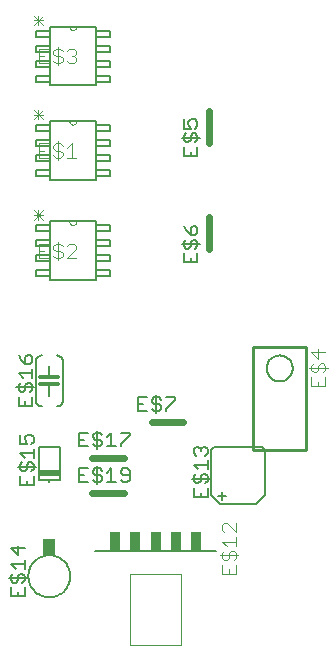
<source format=gto>
G75*
%MOIN*%
%OFA0B0*%
%FSLAX24Y24*%
%IPPOS*%
%LPD*%
%AMOC8*
5,1,8,0,0,1.08239X$1,22.5*
%
%ADD10C,0.0100*%
%ADD11C,0.0060*%
%ADD12C,0.0040*%
%ADD13C,0.0080*%
%ADD14R,0.0380X0.0660*%
%ADD15C,0.0038*%
%ADD16C,0.0050*%
%ADD17R,0.0700X0.0200*%
%ADD18C,0.0240*%
%ADD19R,0.0420X0.0540*%
%ADD20C,0.0120*%
%ADD21C,0.0000*%
%ADD22C,0.0030*%
D10*
X011734Y009923D02*
X011734Y013348D01*
X013506Y013348D01*
X013506Y009923D01*
X011734Y009923D01*
D11*
X011992Y010026D02*
X012015Y010024D01*
X012038Y010019D01*
X012060Y010010D01*
X012080Y009997D01*
X012098Y009982D01*
X012113Y009964D01*
X012126Y009944D01*
X012135Y009922D01*
X012140Y009899D01*
X012142Y009876D01*
X012142Y008426D01*
X011842Y008126D01*
X010642Y008126D01*
X010342Y008426D01*
X010342Y009876D01*
X010344Y009899D01*
X010349Y009922D01*
X010358Y009944D01*
X010371Y009964D01*
X010386Y009982D01*
X010404Y009997D01*
X010424Y010010D01*
X010446Y010019D01*
X010469Y010024D01*
X010492Y010026D01*
X011992Y010026D01*
X010832Y008376D02*
X010582Y008376D01*
X010702Y008506D02*
X010702Y008246D01*
X012186Y012639D02*
X012188Y012680D01*
X012194Y012721D01*
X012204Y012761D01*
X012217Y012800D01*
X012234Y012838D01*
X012255Y012874D01*
X012279Y012907D01*
X012306Y012938D01*
X012336Y012967D01*
X012368Y012993D01*
X012403Y013015D01*
X012440Y013034D01*
X012478Y013049D01*
X012518Y013061D01*
X012558Y013069D01*
X012599Y013073D01*
X012641Y013073D01*
X012682Y013069D01*
X012722Y013061D01*
X012762Y013049D01*
X012800Y013034D01*
X012837Y013015D01*
X012872Y012993D01*
X012904Y012967D01*
X012934Y012938D01*
X012961Y012907D01*
X012985Y012874D01*
X013006Y012838D01*
X013023Y012800D01*
X013036Y012761D01*
X013046Y012721D01*
X013052Y012680D01*
X013054Y012639D01*
X013052Y012598D01*
X013046Y012557D01*
X013036Y012517D01*
X013023Y012478D01*
X013006Y012440D01*
X012985Y012404D01*
X012961Y012371D01*
X012934Y012340D01*
X012904Y012311D01*
X012872Y012285D01*
X012837Y012263D01*
X012800Y012244D01*
X012762Y012229D01*
X012722Y012217D01*
X012682Y012209D01*
X012641Y012205D01*
X012599Y012205D01*
X012558Y012209D01*
X012518Y012217D01*
X012478Y012229D01*
X012440Y012244D01*
X012403Y012263D01*
X012368Y012285D01*
X012336Y012311D01*
X012306Y012340D01*
X012279Y012371D01*
X012255Y012404D01*
X012234Y012440D01*
X012217Y012478D01*
X012204Y012517D01*
X012194Y012557D01*
X012188Y012598D01*
X012186Y012639D01*
X006950Y015707D02*
X006950Y015907D01*
X006510Y015907D01*
X006510Y015707D01*
X006950Y015707D01*
X006950Y016207D02*
X006950Y016407D01*
X006510Y016407D01*
X006510Y016207D01*
X006950Y016207D01*
X006950Y016707D02*
X006510Y016707D01*
X006510Y016907D01*
X006950Y016907D01*
X006950Y016707D01*
X006950Y017207D02*
X006950Y017407D01*
X006510Y017407D01*
X006510Y017207D01*
X006950Y017207D01*
X006510Y017537D02*
X005610Y017537D01*
X004950Y017537D01*
X004950Y015577D01*
X006510Y015577D01*
X006510Y017537D01*
X006510Y018923D02*
X006510Y020883D01*
X005610Y020883D01*
X004950Y020883D01*
X004950Y018923D01*
X006510Y018923D01*
X006510Y019053D02*
X006950Y019053D01*
X006950Y019253D01*
X006510Y019253D01*
X006510Y019053D01*
X006510Y019553D02*
X006950Y019553D01*
X006950Y019753D01*
X006510Y019753D01*
X006510Y019553D01*
X006510Y020053D02*
X006950Y020053D01*
X006950Y020253D01*
X006510Y020253D01*
X006510Y020053D01*
X006510Y020553D02*
X006950Y020553D01*
X006950Y020753D01*
X006510Y020753D01*
X006510Y020553D01*
X006510Y022073D02*
X006510Y024033D01*
X005610Y024033D01*
X004950Y024033D01*
X004950Y022073D01*
X006510Y022073D01*
X006510Y022203D02*
X006950Y022203D01*
X006950Y022403D01*
X006510Y022403D01*
X006510Y022203D01*
X006510Y022703D02*
X006950Y022703D01*
X006950Y022903D01*
X006510Y022903D01*
X006510Y022703D01*
X006510Y023203D02*
X006950Y023203D01*
X006950Y023403D01*
X006510Y023403D01*
X006510Y023203D01*
X006510Y023703D02*
X006950Y023703D01*
X006950Y023903D01*
X006510Y023903D01*
X006510Y023703D01*
X004950Y023703D02*
X004510Y023703D01*
X004510Y023903D01*
X004950Y023903D01*
X004950Y023703D01*
X004950Y023403D02*
X004510Y023403D01*
X004510Y023203D01*
X004950Y023203D01*
X004950Y023403D01*
X004950Y022903D02*
X004510Y022903D01*
X004510Y022703D01*
X004950Y022703D01*
X004950Y022903D01*
X004950Y022403D02*
X004510Y022403D01*
X004510Y022203D01*
X004950Y022203D01*
X004950Y022403D01*
X004950Y020753D02*
X004510Y020753D01*
X004510Y020553D01*
X004950Y020553D01*
X004950Y020753D01*
X004950Y020253D02*
X004510Y020253D01*
X004510Y020053D01*
X004950Y020053D01*
X004950Y020253D01*
X004950Y019753D02*
X004510Y019753D01*
X004510Y019553D01*
X004950Y019553D01*
X004950Y019753D01*
X004950Y019253D02*
X004510Y019253D01*
X004510Y019053D01*
X004950Y019053D01*
X004950Y019253D01*
X004950Y017407D02*
X004510Y017407D01*
X004510Y017207D01*
X004950Y017207D01*
X004950Y017407D01*
X004950Y016907D02*
X004510Y016907D01*
X004510Y016707D01*
X004950Y016707D01*
X004950Y016907D01*
X004950Y016407D02*
X004510Y016407D01*
X004510Y016207D01*
X004950Y016207D01*
X004950Y016407D01*
X004950Y015907D02*
X004510Y015907D01*
X004510Y015707D01*
X004950Y015707D01*
X004950Y015907D01*
X005193Y013076D02*
X005219Y013074D01*
X005245Y013069D01*
X005270Y013061D01*
X005293Y013049D01*
X005315Y013035D01*
X005334Y013017D01*
X005352Y012998D01*
X005366Y012976D01*
X005378Y012953D01*
X005386Y012928D01*
X005391Y012902D01*
X005393Y012876D01*
X005393Y011576D01*
X005391Y011550D01*
X005386Y011524D01*
X005378Y011499D01*
X005366Y011476D01*
X005352Y011454D01*
X005334Y011435D01*
X005315Y011417D01*
X005293Y011403D01*
X005270Y011391D01*
X005245Y011383D01*
X005219Y011378D01*
X005193Y011376D01*
X004943Y011726D02*
X004943Y012106D01*
X004943Y012356D02*
X004943Y012726D01*
X004693Y013076D02*
X004667Y013074D01*
X004641Y013069D01*
X004616Y013061D01*
X004593Y013049D01*
X004571Y013035D01*
X004552Y013017D01*
X004534Y012998D01*
X004520Y012976D01*
X004508Y012953D01*
X004500Y012928D01*
X004495Y012902D01*
X004493Y012876D01*
X004493Y011576D01*
X004495Y011550D01*
X004500Y011524D01*
X004508Y011499D01*
X004520Y011476D01*
X004534Y011454D01*
X004552Y011435D01*
X004571Y011417D01*
X004593Y011403D01*
X004616Y011391D01*
X004641Y011383D01*
X004667Y011378D01*
X004693Y011376D01*
X004943Y010070D02*
X004943Y010020D01*
X004593Y010020D01*
X004593Y008920D01*
X004943Y008920D01*
X005293Y008920D01*
X005293Y010020D01*
X004943Y010020D01*
X004943Y008920D02*
X004943Y008870D01*
X004243Y005714D02*
X004245Y005766D01*
X004251Y005818D01*
X004261Y005870D01*
X004274Y005920D01*
X004291Y005970D01*
X004312Y006018D01*
X004337Y006064D01*
X004365Y006108D01*
X004396Y006150D01*
X004430Y006190D01*
X004467Y006227D01*
X004507Y006261D01*
X004549Y006292D01*
X004593Y006320D01*
X004639Y006345D01*
X004687Y006366D01*
X004737Y006383D01*
X004787Y006396D01*
X004839Y006406D01*
X004891Y006412D01*
X004943Y006414D01*
X004995Y006412D01*
X005047Y006406D01*
X005099Y006396D01*
X005149Y006383D01*
X005199Y006366D01*
X005247Y006345D01*
X005293Y006320D01*
X005337Y006292D01*
X005379Y006261D01*
X005419Y006227D01*
X005456Y006190D01*
X005490Y006150D01*
X005521Y006108D01*
X005549Y006064D01*
X005574Y006018D01*
X005595Y005970D01*
X005612Y005920D01*
X005625Y005870D01*
X005635Y005818D01*
X005641Y005766D01*
X005643Y005714D01*
X005641Y005662D01*
X005635Y005610D01*
X005625Y005558D01*
X005612Y005508D01*
X005595Y005458D01*
X005574Y005410D01*
X005549Y005364D01*
X005521Y005320D01*
X005490Y005278D01*
X005456Y005238D01*
X005419Y005201D01*
X005379Y005167D01*
X005337Y005136D01*
X005293Y005108D01*
X005247Y005083D01*
X005199Y005062D01*
X005149Y005045D01*
X005099Y005032D01*
X005047Y005022D01*
X004995Y005016D01*
X004943Y005014D01*
X004891Y005016D01*
X004839Y005022D01*
X004787Y005032D01*
X004737Y005045D01*
X004687Y005062D01*
X004639Y005083D01*
X004593Y005108D01*
X004549Y005136D01*
X004507Y005167D01*
X004467Y005201D01*
X004430Y005238D01*
X004396Y005278D01*
X004365Y005320D01*
X004337Y005364D01*
X004312Y005410D01*
X004291Y005458D01*
X004274Y005508D01*
X004261Y005558D01*
X004251Y005610D01*
X004245Y005662D01*
X004243Y005714D01*
D12*
X010629Y006406D02*
X011243Y006406D01*
X011166Y006483D02*
X011089Y006559D01*
X011012Y006559D01*
X010936Y006483D01*
X010936Y006329D01*
X010859Y006253D01*
X010782Y006253D01*
X010705Y006329D01*
X010705Y006483D01*
X010782Y006559D01*
X010859Y006713D02*
X010705Y006866D01*
X011166Y006866D01*
X011166Y006713D02*
X011166Y007020D01*
X011166Y007173D02*
X010859Y007480D01*
X010782Y007480D01*
X010705Y007404D01*
X010705Y007250D01*
X010782Y007173D01*
X011166Y007173D02*
X011166Y007480D01*
X011166Y006483D02*
X011166Y006329D01*
X011089Y006253D01*
X011166Y006099D02*
X011166Y005792D01*
X010705Y005792D01*
X010705Y006099D01*
X010936Y005946D02*
X010936Y005792D01*
X013683Y012046D02*
X014143Y012046D01*
X014143Y012353D01*
X014066Y012506D02*
X014143Y012583D01*
X014143Y012736D01*
X014066Y012813D01*
X013990Y012813D01*
X013913Y012736D01*
X013913Y012583D01*
X013836Y012506D01*
X013759Y012506D01*
X013683Y012583D01*
X013683Y012736D01*
X013759Y012813D01*
X013606Y012660D02*
X014220Y012660D01*
X013913Y012967D02*
X013913Y013274D01*
X014143Y013197D02*
X013683Y013197D01*
X013913Y012967D01*
X013683Y012353D02*
X013683Y012046D01*
X013913Y012046D02*
X013913Y012199D01*
D13*
X010491Y006548D02*
X006480Y006548D01*
D14*
X007146Y006844D03*
X007816Y006844D03*
X008486Y006844D03*
X009156Y006844D03*
X009826Y006844D03*
D15*
X009343Y005774D02*
X009343Y003431D01*
X007629Y003431D01*
X007629Y005774D01*
X009343Y005774D01*
D16*
X004118Y005039D02*
X003667Y005039D01*
X003667Y005339D01*
X003742Y005500D02*
X003667Y005575D01*
X003667Y005725D01*
X003742Y005800D01*
X003892Y005725D02*
X003892Y005575D01*
X003817Y005500D01*
X003742Y005500D01*
X003592Y005650D02*
X004193Y005650D01*
X004118Y005725D02*
X004042Y005800D01*
X003967Y005800D01*
X003892Y005725D01*
X004118Y005725D02*
X004118Y005575D01*
X004042Y005500D01*
X004118Y005339D02*
X004118Y005039D01*
X003892Y005039D02*
X003892Y005189D01*
X003817Y005960D02*
X003667Y006110D01*
X004118Y006110D01*
X004118Y005960D02*
X004118Y006260D01*
X003892Y006420D02*
X003892Y006721D01*
X003667Y006646D02*
X003892Y006420D01*
X003667Y006646D02*
X004118Y006646D01*
X004192Y008745D02*
X004192Y008895D01*
X003967Y008745D02*
X004418Y008745D01*
X004418Y009045D01*
X004342Y009205D02*
X004418Y009281D01*
X004418Y009431D01*
X004342Y009506D01*
X004267Y009506D01*
X004192Y009431D01*
X004192Y009281D01*
X004117Y009205D01*
X004042Y009205D01*
X003967Y009281D01*
X003967Y009431D01*
X004042Y009506D01*
X004117Y009666D02*
X003967Y009816D01*
X004418Y009816D01*
X004418Y009666D02*
X004418Y009966D01*
X004342Y010126D02*
X004418Y010201D01*
X004418Y010351D01*
X004342Y010427D01*
X004192Y010427D01*
X004117Y010351D01*
X004117Y010276D01*
X004192Y010126D01*
X003967Y010126D01*
X003967Y010427D01*
X003917Y011401D02*
X004368Y011401D01*
X004368Y011701D01*
X004292Y011861D02*
X004368Y011936D01*
X004368Y012087D01*
X004292Y012162D01*
X004217Y012162D01*
X004142Y012087D01*
X004142Y011936D01*
X004067Y011861D01*
X003992Y011861D01*
X003917Y011936D01*
X003917Y012087D01*
X003992Y012162D01*
X004067Y012322D02*
X003917Y012472D01*
X004368Y012472D01*
X004368Y012322D02*
X004368Y012622D01*
X004292Y012782D02*
X004142Y012782D01*
X004142Y013007D01*
X004217Y013082D01*
X004292Y013082D01*
X004368Y013007D01*
X004368Y012857D01*
X004292Y012782D01*
X004142Y012782D02*
X003992Y012932D01*
X003917Y013082D01*
X003842Y012012D02*
X004443Y012012D01*
X004142Y011551D02*
X004142Y011401D01*
X003917Y011401D02*
X003917Y011701D01*
X003892Y009356D02*
X004493Y009356D01*
X003967Y009045D02*
X003967Y008745D01*
X005936Y008861D02*
X006236Y008861D01*
X006396Y008936D02*
X006471Y008861D01*
X006622Y008861D01*
X006697Y008936D01*
X006697Y009011D01*
X006622Y009086D01*
X006471Y009086D01*
X006396Y009161D01*
X006396Y009236D01*
X006471Y009311D01*
X006622Y009311D01*
X006697Y009236D01*
X006857Y009161D02*
X007007Y009311D01*
X007007Y008861D01*
X006857Y008861D02*
X007157Y008861D01*
X007317Y008936D02*
X007392Y008861D01*
X007542Y008861D01*
X007617Y008936D01*
X007617Y009236D01*
X007542Y009311D01*
X007392Y009311D01*
X007317Y009236D01*
X007317Y009161D01*
X007392Y009086D01*
X007617Y009086D01*
X007317Y010042D02*
X007317Y010117D01*
X007617Y010417D01*
X007617Y010492D01*
X007317Y010492D01*
X007007Y010492D02*
X007007Y010042D01*
X006857Y010042D02*
X007157Y010042D01*
X006857Y010342D02*
X007007Y010492D01*
X006697Y010417D02*
X006622Y010492D01*
X006471Y010492D01*
X006396Y010417D01*
X006396Y010342D01*
X006471Y010267D01*
X006622Y010267D01*
X006697Y010192D01*
X006697Y010117D01*
X006622Y010042D01*
X006471Y010042D01*
X006396Y010117D01*
X006236Y010042D02*
X005936Y010042D01*
X005936Y010492D01*
X006236Y010492D01*
X006086Y010267D02*
X005936Y010267D01*
X005936Y009311D02*
X005936Y008861D01*
X005936Y009086D02*
X006086Y009086D01*
X006236Y009311D02*
X005936Y009311D01*
X006547Y009386D02*
X006547Y008786D01*
X006547Y009967D02*
X006547Y010567D01*
X007905Y011223D02*
X008205Y011223D01*
X008365Y011298D02*
X008440Y011223D01*
X008590Y011223D01*
X008665Y011298D01*
X008665Y011373D01*
X008590Y011448D01*
X008440Y011448D01*
X008365Y011523D01*
X008365Y011598D01*
X008440Y011673D01*
X008590Y011673D01*
X008665Y011598D01*
X008825Y011673D02*
X009126Y011673D01*
X009126Y011598D01*
X008825Y011298D01*
X008825Y011223D01*
X008515Y011148D02*
X008515Y011748D01*
X008205Y011673D02*
X007905Y011673D01*
X007905Y011223D01*
X007905Y011448D02*
X008055Y011448D01*
X009766Y009958D02*
X009841Y010033D01*
X009916Y010033D01*
X009992Y009958D01*
X010067Y010033D01*
X010142Y010033D01*
X010217Y009958D01*
X010217Y009808D01*
X010142Y009733D01*
X010217Y009572D02*
X010217Y009272D01*
X010217Y009422D02*
X009766Y009422D01*
X009916Y009272D01*
X009841Y009112D02*
X009766Y009037D01*
X009766Y008887D01*
X009841Y008812D01*
X009916Y008812D01*
X009992Y008887D01*
X009992Y009037D01*
X010067Y009112D01*
X010142Y009112D01*
X010217Y009037D01*
X010217Y008887D01*
X010142Y008812D01*
X010217Y008652D02*
X010217Y008351D01*
X009766Y008351D01*
X009766Y008652D01*
X009992Y008502D02*
X009992Y008351D01*
X010292Y008962D02*
X009691Y008962D01*
X009841Y009733D02*
X009766Y009808D01*
X009766Y009958D01*
X009992Y009958D02*
X009992Y009883D01*
X009882Y016172D02*
X009432Y016172D01*
X009432Y016473D01*
X009507Y016633D02*
X009432Y016708D01*
X009432Y016858D01*
X009507Y016933D01*
X009657Y016858D02*
X009657Y016708D01*
X009582Y016633D01*
X009507Y016633D01*
X009357Y016783D02*
X009958Y016783D01*
X009882Y016858D02*
X009807Y016933D01*
X009732Y016933D01*
X009657Y016858D01*
X009657Y017093D02*
X009657Y017318D01*
X009732Y017393D01*
X009807Y017393D01*
X009882Y017318D01*
X009882Y017168D01*
X009807Y017093D01*
X009657Y017093D01*
X009507Y017243D01*
X009432Y017393D01*
X009882Y016708D02*
X009807Y016633D01*
X009882Y016708D02*
X009882Y016858D01*
X009882Y016473D02*
X009882Y016172D01*
X009657Y016172D02*
X009657Y016322D01*
X009657Y019716D02*
X009657Y019866D01*
X009432Y020016D02*
X009432Y019716D01*
X009882Y019716D01*
X009882Y020016D01*
X009807Y020176D02*
X009882Y020251D01*
X009882Y020401D01*
X009807Y020476D01*
X009732Y020476D01*
X009657Y020401D01*
X009657Y020251D01*
X009582Y020176D01*
X009507Y020176D01*
X009432Y020251D01*
X009432Y020401D01*
X009507Y020476D01*
X009432Y020636D02*
X009657Y020636D01*
X009582Y020786D01*
X009582Y020862D01*
X009657Y020937D01*
X009807Y020937D01*
X009882Y020862D01*
X009882Y020711D01*
X009807Y020636D01*
X009958Y020326D02*
X009357Y020326D01*
X009432Y020636D02*
X009432Y020937D01*
D17*
X004943Y009170D03*
D18*
X006381Y009667D02*
X007441Y009667D01*
X007441Y008486D02*
X006381Y008486D01*
X008350Y010848D02*
X009410Y010848D01*
X010257Y016617D02*
X010257Y017677D01*
X010257Y020161D02*
X010257Y021221D01*
D19*
X004943Y006694D03*
D20*
X004943Y012106D02*
X004643Y012106D01*
X004643Y012356D02*
X004943Y012356D01*
X005243Y012356D01*
X005243Y012106D02*
X004943Y012106D01*
D21*
X005610Y017537D02*
X005613Y017516D01*
X005619Y017496D01*
X005629Y017478D01*
X005641Y017461D01*
X005657Y017447D01*
X005674Y017436D01*
X005694Y017428D01*
X005714Y017423D01*
X005735Y017422D01*
X005756Y017425D01*
X005776Y017431D01*
X005794Y017441D01*
X005811Y017453D01*
X005825Y017469D01*
X005836Y017486D01*
X005844Y017506D01*
X005849Y017526D01*
X005850Y017547D01*
X005610Y020883D02*
X005613Y020862D01*
X005619Y020842D01*
X005629Y020824D01*
X005641Y020807D01*
X005657Y020793D01*
X005674Y020782D01*
X005694Y020774D01*
X005714Y020769D01*
X005735Y020768D01*
X005756Y020771D01*
X005776Y020777D01*
X005794Y020787D01*
X005811Y020799D01*
X005825Y020815D01*
X005836Y020832D01*
X005844Y020852D01*
X005849Y020872D01*
X005850Y020893D01*
X005610Y024033D02*
X005613Y024012D01*
X005619Y023992D01*
X005629Y023974D01*
X005641Y023957D01*
X005657Y023943D01*
X005674Y023932D01*
X005694Y023924D01*
X005714Y023919D01*
X005735Y023918D01*
X005756Y023921D01*
X005776Y023927D01*
X005794Y023937D01*
X005811Y023949D01*
X005825Y023965D01*
X005836Y023982D01*
X005844Y024002D01*
X005849Y024022D01*
X005850Y024043D01*
D22*
X005771Y023288D02*
X005614Y023288D01*
X005536Y023210D01*
X005389Y023210D02*
X005311Y023288D01*
X005154Y023288D01*
X005075Y023210D01*
X005075Y023131D01*
X005154Y023053D01*
X005311Y023053D01*
X005389Y022975D01*
X005389Y022896D01*
X005311Y022818D01*
X005154Y022818D01*
X005075Y022896D01*
X004929Y022818D02*
X004615Y022818D01*
X004615Y023288D01*
X004929Y023288D01*
X004772Y023053D02*
X004615Y023053D01*
X005232Y023367D02*
X005232Y022739D01*
X005536Y022896D02*
X005614Y022818D01*
X005771Y022818D01*
X005849Y022896D01*
X005849Y022975D01*
X005771Y023053D01*
X005693Y023053D01*
X005771Y023053D02*
X005849Y023131D01*
X005849Y023210D01*
X005771Y023288D01*
X004739Y024086D02*
X004425Y024400D01*
X004582Y024400D02*
X004582Y024086D01*
X004425Y024086D02*
X004739Y024400D01*
X004739Y024243D02*
X004425Y024243D01*
X004425Y021250D02*
X004739Y020937D01*
X004739Y021093D02*
X004425Y021093D01*
X004425Y020937D02*
X004739Y021250D01*
X004582Y021250D02*
X004582Y020937D01*
X004615Y020139D02*
X004615Y019668D01*
X004929Y019668D01*
X005075Y019747D02*
X005154Y019668D01*
X005311Y019668D01*
X005389Y019747D01*
X005389Y019825D01*
X005311Y019903D01*
X005154Y019903D01*
X005075Y019982D01*
X005075Y020060D01*
X005154Y020139D01*
X005311Y020139D01*
X005389Y020060D01*
X005536Y019982D02*
X005693Y020139D01*
X005693Y019668D01*
X005849Y019668D02*
X005536Y019668D01*
X005232Y019590D02*
X005232Y020217D01*
X004929Y020139D02*
X004615Y020139D01*
X004615Y019903D02*
X004772Y019903D01*
X004739Y017904D02*
X004425Y017590D01*
X004582Y017590D02*
X004582Y017904D01*
X004425Y017904D02*
X004739Y017590D01*
X004739Y017747D02*
X004425Y017747D01*
X004615Y016792D02*
X004615Y016322D01*
X004929Y016322D01*
X005075Y016400D02*
X005154Y016322D01*
X005311Y016322D01*
X005389Y016400D01*
X005389Y016478D01*
X005311Y016557D01*
X005154Y016557D01*
X005075Y016635D01*
X005075Y016714D01*
X005154Y016792D01*
X005311Y016792D01*
X005389Y016714D01*
X005536Y016714D02*
X005614Y016792D01*
X005771Y016792D01*
X005849Y016714D01*
X005849Y016635D01*
X005536Y016322D01*
X005849Y016322D01*
X005232Y016243D02*
X005232Y016870D01*
X004929Y016792D02*
X004615Y016792D01*
X004615Y016557D02*
X004772Y016557D01*
M02*

</source>
